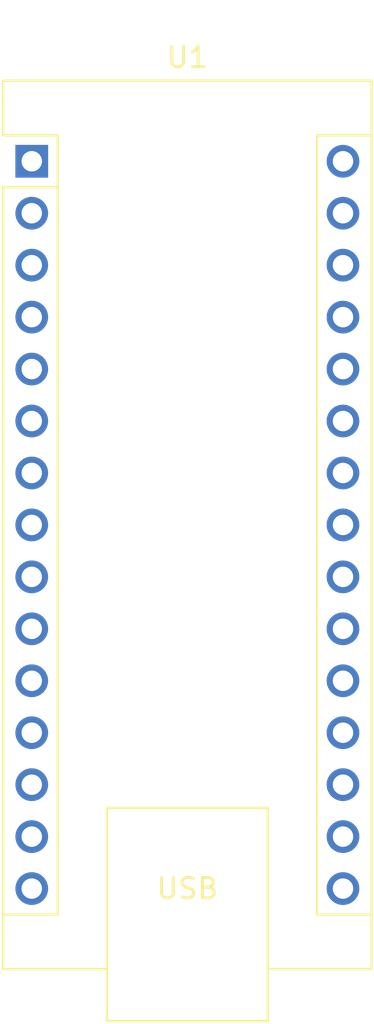
<source format=kicad_pcb>
(kicad_pcb (version 20221018) (generator pcbnew)
  (layers (0 "F.Cu" signal) (31 "B.Cu" signal) (34 "B.Paste" user) (35 "F.Paste" user) (36 "B.SilkS" user "B.Silkscreen") (37 "F.SilkS" user "F.Silkscreen") (38 "B.Mask" user) (39 "F.Mask" user) (44 "Edge.Cuts" user))
  (net 0 "")
  (footprint "oomlout_oomp_part_footprints:bbat328_electronic_breakout_board_mcu_atmega328_shennie" (layer "F.Cu") (at 61.468 36.576)
    (fp_text reference "U1" (at 7.62 -5.08) (layer "F.SilkS"))
    (fp_text value "bbat328_electronic_breakout_board_mcu_atmega328_shennie")
    (fp_text user "USB" (at 7.62 35.56 unlocked) (layer "F.SilkS"))
    (fp_line (start -1.4 -3.94) (end -1.4 -1.27) (stroke (width 0.12)) (layer "F.SilkS"))
    (fp_line (start -1.4 1.27) (end -1.4 39.5) (stroke (width 0.12)) (layer "F.SilkS"))
    (fp_line (start -1.4 39.5) (end 3.68 39.5) (stroke (width 0.12)) (layer "F.SilkS"))
    (fp_line (start 1.27 -1.27) (end -1.4 -1.27) (stroke (width 0.12)) (layer "F.SilkS"))
    (fp_line (start 1.27 1.27) (end -1.4 1.27) (stroke (width 0.12)) (layer "F.SilkS"))
    (fp_line (start 1.27 1.27) (end 1.27 -1.27) (stroke (width 0.12)) (layer "F.SilkS"))
    (fp_line (start 1.27 1.27) (end 1.27 36.83) (stroke (width 0.12)) (layer "F.SilkS"))
    (fp_line (start 1.27 36.83) (end -1.4 36.83) (stroke (width 0.12)) (layer "F.SilkS"))
    (fp_line (start 3.68 31.62) (end 11.56 31.62) (stroke (width 0.12)) (layer "F.SilkS"))
    (fp_line (start 3.68 42.04) (end 3.68 31.62) (stroke (width 0.12)) (layer "F.SilkS"))
    (fp_line (start 11.56 31.62) (end 11.56 42.04) (stroke (width 0.12)) (layer "F.SilkS"))
    (fp_line (start 11.56 42.04) (end 3.68 42.04) (stroke (width 0.12)) (layer "F.SilkS"))
    (fp_line (start 13.97 -1.27) (end 13.97 36.83) (stroke (width 0.12)) (layer "F.SilkS"))
    (fp_line (start 13.97 -1.27) (end 16.64 -1.27) (stroke (width 0.12)) (layer "F.SilkS"))
    (fp_line (start 13.97 36.83) (end 16.64 36.83) (stroke (width 0.12)) (layer "F.SilkS"))
    (fp_line (start 16.64 -3.94) (end -1.4 -3.94) (stroke (width 0.12)) (layer "F.SilkS"))
    (fp_line (start 16.64 39.5) (end 11.56 39.5) (stroke (width 0.12)) (layer "F.SilkS"))
    (fp_line (start 16.64 39.5) (end 16.64 -3.94) (stroke (width 0.12)) (layer "F.SilkS"))
    (pad "" np_thru_hole circle (at 0 -2.54) (size 1.78 1.78) (drill 1.78) (layers "*.Cu" "*.Mask"))
    (pad "" np_thru_hole circle (at 0 38.1) (size 1.78 1.78) (drill 1.78) (layers "*.Cu" "*.Mask"))
    (pad "" np_thru_hole circle (at 15.24 -2.54) (size 1.78 1.78) (drill 1.78) (layers "*.Cu" "*.Mask"))
    (pad "" np_thru_hole circle (at 15.24 38.1) (size 1.78 1.78) (drill 1.78) (layers "*.Cu" "*.Mask"))
    (pad "1" thru_hole rect (at 0 0) (size 1.6 1.6) (drill 1) (layers "*.Cu" "*.Mask"))
    (pad "2" thru_hole oval (at 0 2.54) (size 1.6 1.6) (drill 1) (layers "*.Cu" "*.Mask"))
    (pad "3" thru_hole oval (at 0 5.08) (size 1.6 1.6) (drill 1) (layers "*.Cu" "*.Mask"))
    (pad "4" thru_hole oval (at 0 7.62) (size 1.6 1.6) (drill 1) (layers "*.Cu" "*.Mask"))
    (pad "5" thru_hole oval (at 0 10.16) (size 1.6 1.6) (drill 1) (layers "*.Cu" "*.Mask"))
    (pad "6" thru_hole oval (at 0 12.7) (size 1.6 1.6) (drill 1) (layers "*.Cu" "*.Mask"))
    (pad "7" thru_hole oval (at 0 15.24) (size 1.6 1.6) (drill 1) (layers "*.Cu" "*.Mask"))
    (pad "8" thru_hole oval (at 0 17.78) (size 1.6 1.6) (drill 1) (layers "*.Cu" "*.Mask"))
    (pad "9" thru_hole oval (at 0 20.32) (size 1.6 1.6) (drill 1) (layers "*.Cu" "*.Mask"))
    (pad "10" thru_hole oval (at 0 22.86) (size 1.6 1.6) (drill 1) (layers "*.Cu" "*.Mask"))
    (pad "11" thru_hole oval (at 0 25.4) (size 1.6 1.6) (drill 1) (layers "*.Cu" "*.Mask"))
    (pad "12" thru_hole oval (at 0 27.94) (size 1.6 1.6) (drill 1) (layers "*.Cu" "*.Mask"))
    (pad "13" thru_hole oval (at 0 30.48) (size 1.6 1.6) (drill 1) (layers "*.Cu" "*.Mask"))
    (pad "14" thru_hole oval (at 0 33.02) (size 1.6 1.6) (drill 1) (layers "*.Cu" "*.Mask"))
    (pad "15" thru_hole oval (at 0 35.56) (size 1.6 1.6) (drill 1) (layers "*.Cu" "*.Mask"))
    (pad "16" thru_hole oval (at 15.24 35.56) (size 1.6 1.6) (drill 1) (layers "*.Cu" "*.Mask"))
    (pad "17" thru_hole oval (at 15.24 33.02) (size 1.6 1.6) (drill 1) (layers "*.Cu" "*.Mask"))
    (pad "18" thru_hole oval (at 15.24 30.48) (size 1.6 1.6) (drill 1) (layers "*.Cu" "*.Mask"))
    (pad "19" thru_hole oval (at 15.24 27.94) (size 1.6 1.6) (drill 1) (layers "*.Cu" "*.Mask"))
    (pad "20" thru_hole oval (at 15.24 25.4) (size 1.6 1.6) (drill 1) (layers "*.Cu" "*.Mask"))
    (pad "21" thru_hole oval (at 15.24 22.86) (size 1.6 1.6) (drill 1) (layers "*.Cu" "*.Mask"))
    (pad "22" thru_hole oval (at 15.24 20.32) (size 1.6 1.6) (drill 1) (layers "*.Cu" "*.Mask"))
    (pad "23" thru_hole oval (at 15.24 17.78) (size 1.6 1.6) (drill 1) (layers "*.Cu" "*.Mask"))
    (pad "24" thru_hole oval (at 15.24 15.24) (size 1.6 1.6) (drill 1) (layers "*.Cu" "*.Mask"))
    (pad "25" thru_hole oval (at 15.24 12.7) (size 1.6 1.6) (drill 1) (layers "*.Cu" "*.Mask"))
    (pad "26" thru_hole oval (at 15.24 10.16) (size 1.6 1.6) (drill 1) (layers "*.Cu" "*.Mask"))
    (pad "27" thru_hole oval (at 15.24 7.62) (size 1.6 1.6) (drill 1) (layers "*.Cu" "*.Mask"))
    (pad "28" thru_hole oval (at 15.24 5.08) (size 1.6 1.6) (drill 1) (layers "*.Cu" "*.Mask"))
    (pad "29" thru_hole oval (at 15.24 2.54) (size 1.6 1.6) (drill 1) (layers "*.Cu" "*.Mask"))
    (pad "30" thru_hole oval (at 15.24 0) (size 1.6 1.6) (drill 1) (layers "*.Cu" "*.Mask"))
  )
)
</source>
